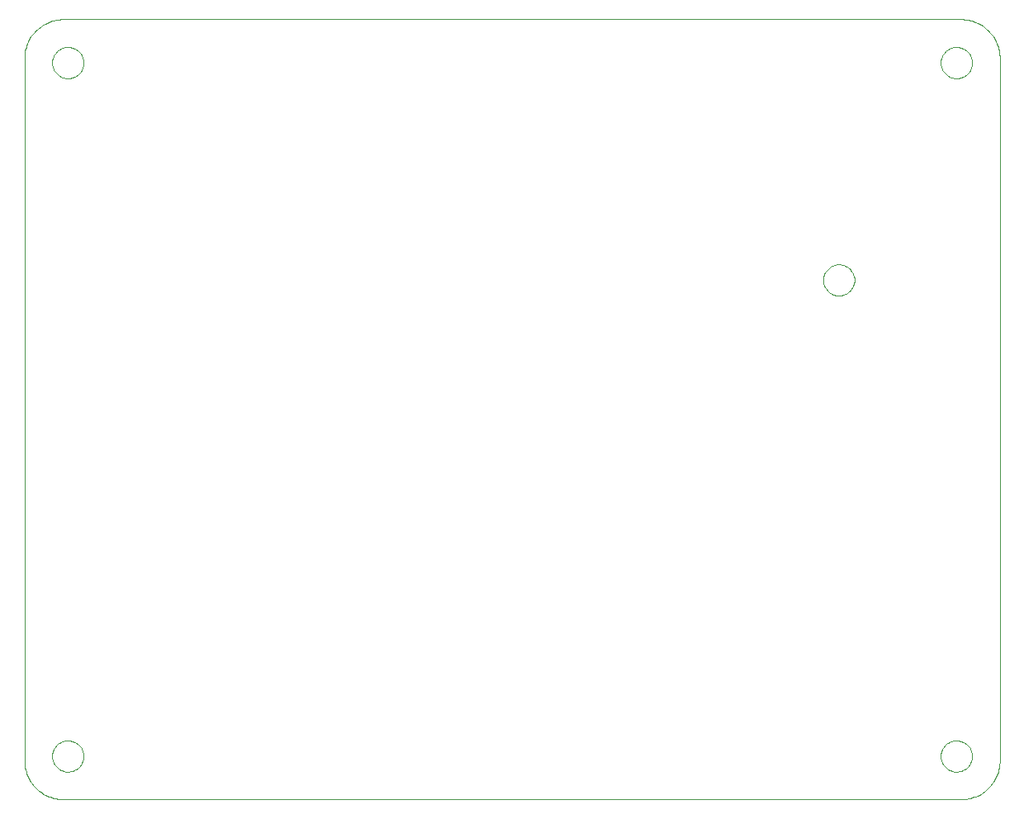
<source format=gbp>
G75*
%MOIN*%
%OFA0B0*%
%FSLAX24Y24*%
%IPPOS*%
%LPD*%
%AMOC8*
5,1,8,0,0,1.08239X$1,22.5*
%
%ADD10C,0.0000*%
D10*
X002390Y008440D02*
X038610Y008440D01*
X038610Y008444D02*
X038687Y008446D01*
X038764Y008452D01*
X038841Y008461D01*
X038917Y008474D01*
X038993Y008491D01*
X039067Y008512D01*
X039141Y008536D01*
X039213Y008564D01*
X039283Y008595D01*
X039352Y008630D01*
X039420Y008668D01*
X039485Y008709D01*
X039548Y008754D01*
X039609Y008802D01*
X039668Y008852D01*
X039724Y008905D01*
X039777Y008961D01*
X039827Y009020D01*
X039875Y009081D01*
X039920Y009144D01*
X039961Y009209D01*
X039999Y009277D01*
X040034Y009346D01*
X040065Y009416D01*
X040093Y009488D01*
X040117Y009562D01*
X040138Y009636D01*
X040155Y009712D01*
X040168Y009788D01*
X040177Y009865D01*
X040183Y009942D01*
X040185Y010019D01*
X040185Y038365D01*
X040183Y038442D01*
X040177Y038519D01*
X040168Y038596D01*
X040155Y038672D01*
X040138Y038748D01*
X040117Y038822D01*
X040093Y038896D01*
X040065Y038968D01*
X040034Y039038D01*
X039999Y039107D01*
X039961Y039175D01*
X039920Y039240D01*
X039875Y039303D01*
X039827Y039364D01*
X039777Y039423D01*
X039724Y039479D01*
X039668Y039532D01*
X039609Y039582D01*
X039548Y039630D01*
X039485Y039675D01*
X039420Y039716D01*
X039352Y039754D01*
X039283Y039789D01*
X039213Y039820D01*
X039141Y039848D01*
X039067Y039872D01*
X038993Y039893D01*
X038917Y039910D01*
X038841Y039923D01*
X038764Y039932D01*
X038687Y039938D01*
X038610Y039940D01*
X002390Y039940D01*
X002313Y039938D01*
X002236Y039932D01*
X002159Y039923D01*
X002083Y039910D01*
X002007Y039893D01*
X001933Y039872D01*
X001859Y039848D01*
X001787Y039820D01*
X001717Y039789D01*
X001648Y039754D01*
X001580Y039716D01*
X001515Y039675D01*
X001452Y039630D01*
X001391Y039582D01*
X001332Y039532D01*
X001276Y039479D01*
X001223Y039423D01*
X001173Y039364D01*
X001125Y039303D01*
X001080Y039240D01*
X001039Y039175D01*
X001001Y039107D01*
X000966Y039038D01*
X000935Y038968D01*
X000907Y038896D01*
X000883Y038822D01*
X000862Y038748D01*
X000845Y038672D01*
X000832Y038596D01*
X000823Y038519D01*
X000817Y038442D01*
X000815Y038365D01*
X000815Y010019D01*
X000817Y009942D01*
X000823Y009865D01*
X000832Y009788D01*
X000845Y009712D01*
X000862Y009636D01*
X000883Y009562D01*
X000907Y009488D01*
X000935Y009416D01*
X000966Y009346D01*
X001001Y009277D01*
X001039Y009209D01*
X001080Y009144D01*
X001125Y009081D01*
X001173Y009020D01*
X001223Y008961D01*
X001276Y008905D01*
X001332Y008852D01*
X001391Y008802D01*
X001452Y008754D01*
X001515Y008709D01*
X001580Y008668D01*
X001648Y008630D01*
X001717Y008595D01*
X001787Y008564D01*
X001859Y008536D01*
X001933Y008512D01*
X002007Y008491D01*
X002083Y008474D01*
X002159Y008461D01*
X002236Y008452D01*
X002313Y008446D01*
X002390Y008444D01*
X001937Y010192D02*
X001939Y010242D01*
X001945Y010292D01*
X001955Y010341D01*
X001969Y010389D01*
X001986Y010436D01*
X002007Y010481D01*
X002032Y010525D01*
X002060Y010566D01*
X002092Y010605D01*
X002126Y010642D01*
X002163Y010676D01*
X002203Y010706D01*
X002245Y010733D01*
X002289Y010757D01*
X002335Y010778D01*
X002382Y010794D01*
X002430Y010807D01*
X002480Y010816D01*
X002529Y010821D01*
X002580Y010822D01*
X002630Y010819D01*
X002679Y010812D01*
X002728Y010801D01*
X002776Y010786D01*
X002822Y010768D01*
X002867Y010746D01*
X002910Y010720D01*
X002951Y010691D01*
X002990Y010659D01*
X003026Y010624D01*
X003058Y010586D01*
X003088Y010546D01*
X003115Y010503D01*
X003138Y010459D01*
X003157Y010413D01*
X003173Y010365D01*
X003185Y010316D01*
X003193Y010267D01*
X003197Y010217D01*
X003197Y010167D01*
X003193Y010117D01*
X003185Y010068D01*
X003173Y010019D01*
X003157Y009971D01*
X003138Y009925D01*
X003115Y009881D01*
X003088Y009838D01*
X003058Y009798D01*
X003026Y009760D01*
X002990Y009725D01*
X002951Y009693D01*
X002910Y009664D01*
X002867Y009638D01*
X002822Y009616D01*
X002776Y009598D01*
X002728Y009583D01*
X002679Y009572D01*
X002630Y009565D01*
X002580Y009562D01*
X002529Y009563D01*
X002480Y009568D01*
X002430Y009577D01*
X002382Y009590D01*
X002335Y009606D01*
X002289Y009627D01*
X002245Y009651D01*
X002203Y009678D01*
X002163Y009708D01*
X002126Y009742D01*
X002092Y009779D01*
X002060Y009818D01*
X002032Y009859D01*
X002007Y009903D01*
X001986Y009948D01*
X001969Y009995D01*
X001955Y010043D01*
X001945Y010092D01*
X001939Y010142D01*
X001937Y010192D01*
X001937Y038188D02*
X001939Y038238D01*
X001945Y038288D01*
X001955Y038337D01*
X001969Y038385D01*
X001986Y038432D01*
X002007Y038477D01*
X002032Y038521D01*
X002060Y038562D01*
X002092Y038601D01*
X002126Y038638D01*
X002163Y038672D01*
X002203Y038702D01*
X002245Y038729D01*
X002289Y038753D01*
X002335Y038774D01*
X002382Y038790D01*
X002430Y038803D01*
X002480Y038812D01*
X002529Y038817D01*
X002580Y038818D01*
X002630Y038815D01*
X002679Y038808D01*
X002728Y038797D01*
X002776Y038782D01*
X002822Y038764D01*
X002867Y038742D01*
X002910Y038716D01*
X002951Y038687D01*
X002990Y038655D01*
X003026Y038620D01*
X003058Y038582D01*
X003088Y038542D01*
X003115Y038499D01*
X003138Y038455D01*
X003157Y038409D01*
X003173Y038361D01*
X003185Y038312D01*
X003193Y038263D01*
X003197Y038213D01*
X003197Y038163D01*
X003193Y038113D01*
X003185Y038064D01*
X003173Y038015D01*
X003157Y037967D01*
X003138Y037921D01*
X003115Y037877D01*
X003088Y037834D01*
X003058Y037794D01*
X003026Y037756D01*
X002990Y037721D01*
X002951Y037689D01*
X002910Y037660D01*
X002867Y037634D01*
X002822Y037612D01*
X002776Y037594D01*
X002728Y037579D01*
X002679Y037568D01*
X002630Y037561D01*
X002580Y037558D01*
X002529Y037559D01*
X002480Y037564D01*
X002430Y037573D01*
X002382Y037586D01*
X002335Y037602D01*
X002289Y037623D01*
X002245Y037647D01*
X002203Y037674D01*
X002163Y037704D01*
X002126Y037738D01*
X002092Y037775D01*
X002060Y037814D01*
X002032Y037855D01*
X002007Y037899D01*
X001986Y037944D01*
X001969Y037991D01*
X001955Y038039D01*
X001945Y038088D01*
X001939Y038138D01*
X001937Y038188D01*
X033059Y029414D02*
X033061Y029464D01*
X033067Y029514D01*
X033077Y029563D01*
X033091Y029611D01*
X033108Y029658D01*
X033129Y029703D01*
X033154Y029747D01*
X033182Y029788D01*
X033214Y029827D01*
X033248Y029864D01*
X033285Y029898D01*
X033325Y029928D01*
X033367Y029955D01*
X033411Y029979D01*
X033457Y030000D01*
X033504Y030016D01*
X033552Y030029D01*
X033602Y030038D01*
X033651Y030043D01*
X033702Y030044D01*
X033752Y030041D01*
X033801Y030034D01*
X033850Y030023D01*
X033898Y030008D01*
X033944Y029990D01*
X033989Y029968D01*
X034032Y029942D01*
X034073Y029913D01*
X034112Y029881D01*
X034148Y029846D01*
X034180Y029808D01*
X034210Y029768D01*
X034237Y029725D01*
X034260Y029681D01*
X034279Y029635D01*
X034295Y029587D01*
X034307Y029538D01*
X034315Y029489D01*
X034319Y029439D01*
X034319Y029389D01*
X034315Y029339D01*
X034307Y029290D01*
X034295Y029241D01*
X034279Y029193D01*
X034260Y029147D01*
X034237Y029103D01*
X034210Y029060D01*
X034180Y029020D01*
X034148Y028982D01*
X034112Y028947D01*
X034073Y028915D01*
X034032Y028886D01*
X033989Y028860D01*
X033944Y028838D01*
X033898Y028820D01*
X033850Y028805D01*
X033801Y028794D01*
X033752Y028787D01*
X033702Y028784D01*
X033651Y028785D01*
X033602Y028790D01*
X033552Y028799D01*
X033504Y028812D01*
X033457Y028828D01*
X033411Y028849D01*
X033367Y028873D01*
X033325Y028900D01*
X033285Y028930D01*
X033248Y028964D01*
X033214Y029001D01*
X033182Y029040D01*
X033154Y029081D01*
X033129Y029125D01*
X033108Y029170D01*
X033091Y029217D01*
X033077Y029265D01*
X033067Y029314D01*
X033061Y029364D01*
X033059Y029414D01*
X037803Y038188D02*
X037805Y038238D01*
X037811Y038288D01*
X037821Y038337D01*
X037835Y038385D01*
X037852Y038432D01*
X037873Y038477D01*
X037898Y038521D01*
X037926Y038562D01*
X037958Y038601D01*
X037992Y038638D01*
X038029Y038672D01*
X038069Y038702D01*
X038111Y038729D01*
X038155Y038753D01*
X038201Y038774D01*
X038248Y038790D01*
X038296Y038803D01*
X038346Y038812D01*
X038395Y038817D01*
X038446Y038818D01*
X038496Y038815D01*
X038545Y038808D01*
X038594Y038797D01*
X038642Y038782D01*
X038688Y038764D01*
X038733Y038742D01*
X038776Y038716D01*
X038817Y038687D01*
X038856Y038655D01*
X038892Y038620D01*
X038924Y038582D01*
X038954Y038542D01*
X038981Y038499D01*
X039004Y038455D01*
X039023Y038409D01*
X039039Y038361D01*
X039051Y038312D01*
X039059Y038263D01*
X039063Y038213D01*
X039063Y038163D01*
X039059Y038113D01*
X039051Y038064D01*
X039039Y038015D01*
X039023Y037967D01*
X039004Y037921D01*
X038981Y037877D01*
X038954Y037834D01*
X038924Y037794D01*
X038892Y037756D01*
X038856Y037721D01*
X038817Y037689D01*
X038776Y037660D01*
X038733Y037634D01*
X038688Y037612D01*
X038642Y037594D01*
X038594Y037579D01*
X038545Y037568D01*
X038496Y037561D01*
X038446Y037558D01*
X038395Y037559D01*
X038346Y037564D01*
X038296Y037573D01*
X038248Y037586D01*
X038201Y037602D01*
X038155Y037623D01*
X038111Y037647D01*
X038069Y037674D01*
X038029Y037704D01*
X037992Y037738D01*
X037958Y037775D01*
X037926Y037814D01*
X037898Y037855D01*
X037873Y037899D01*
X037852Y037944D01*
X037835Y037991D01*
X037821Y038039D01*
X037811Y038088D01*
X037805Y038138D01*
X037803Y038188D01*
X037803Y010192D02*
X037805Y010242D01*
X037811Y010292D01*
X037821Y010341D01*
X037835Y010389D01*
X037852Y010436D01*
X037873Y010481D01*
X037898Y010525D01*
X037926Y010566D01*
X037958Y010605D01*
X037992Y010642D01*
X038029Y010676D01*
X038069Y010706D01*
X038111Y010733D01*
X038155Y010757D01*
X038201Y010778D01*
X038248Y010794D01*
X038296Y010807D01*
X038346Y010816D01*
X038395Y010821D01*
X038446Y010822D01*
X038496Y010819D01*
X038545Y010812D01*
X038594Y010801D01*
X038642Y010786D01*
X038688Y010768D01*
X038733Y010746D01*
X038776Y010720D01*
X038817Y010691D01*
X038856Y010659D01*
X038892Y010624D01*
X038924Y010586D01*
X038954Y010546D01*
X038981Y010503D01*
X039004Y010459D01*
X039023Y010413D01*
X039039Y010365D01*
X039051Y010316D01*
X039059Y010267D01*
X039063Y010217D01*
X039063Y010167D01*
X039059Y010117D01*
X039051Y010068D01*
X039039Y010019D01*
X039023Y009971D01*
X039004Y009925D01*
X038981Y009881D01*
X038954Y009838D01*
X038924Y009798D01*
X038892Y009760D01*
X038856Y009725D01*
X038817Y009693D01*
X038776Y009664D01*
X038733Y009638D01*
X038688Y009616D01*
X038642Y009598D01*
X038594Y009583D01*
X038545Y009572D01*
X038496Y009565D01*
X038446Y009562D01*
X038395Y009563D01*
X038346Y009568D01*
X038296Y009577D01*
X038248Y009590D01*
X038201Y009606D01*
X038155Y009627D01*
X038111Y009651D01*
X038069Y009678D01*
X038029Y009708D01*
X037992Y009742D01*
X037958Y009779D01*
X037926Y009818D01*
X037898Y009859D01*
X037873Y009903D01*
X037852Y009948D01*
X037835Y009995D01*
X037821Y010043D01*
X037811Y010092D01*
X037805Y010142D01*
X037803Y010192D01*
M02*

</source>
